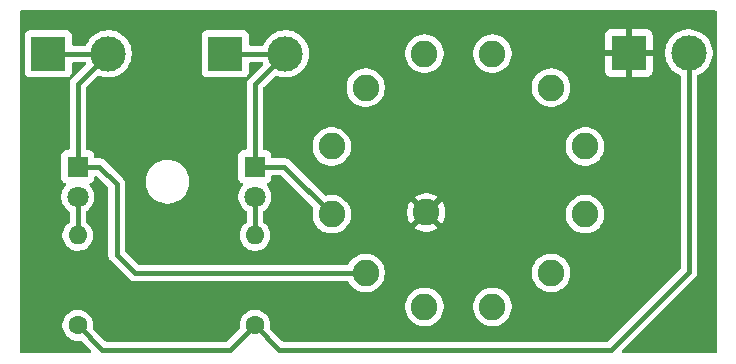
<source format=gtl>
%TF.GenerationSoftware,KiCad,Pcbnew,9.0.0+dfsg-1*%
%TF.CreationDate,2025-03-19T00:38:02+01:00*%
%TF.ProjectId,control-matrix-2,636f6e74-726f-46c2-9d6d-61747269782d,1.0*%
%TF.SameCoordinates,Original*%
%TF.FileFunction,Copper,L1,Top*%
%TF.FilePolarity,Positive*%
%FSLAX46Y46*%
G04 Gerber Fmt 4.6, Leading zero omitted, Abs format (unit mm)*
G04 Created by KiCad (PCBNEW 9.0.0+dfsg-1) date 2025-03-19 00:38:02*
%MOMM*%
%LPD*%
G01*
G04 APERTURE LIST*
%TA.AperFunction,ComponentPad*%
%ADD10C,2.250000*%
%TD*%
%TA.AperFunction,ComponentPad*%
%ADD11C,1.600000*%
%TD*%
%TA.AperFunction,ComponentPad*%
%ADD12O,1.600000X1.600000*%
%TD*%
%TA.AperFunction,ComponentPad*%
%ADD13R,1.800000X1.800000*%
%TD*%
%TA.AperFunction,ComponentPad*%
%ADD14C,1.800000*%
%TD*%
%TA.AperFunction,ComponentPad*%
%ADD15R,3.000000X3.000000*%
%TD*%
%TA.AperFunction,ComponentPad*%
%ADD16C,3.000000*%
%TD*%
%TA.AperFunction,Conductor*%
%ADD17C,0.400000*%
%TD*%
G04 APERTURE END LIST*
D10*
%TO.P,SW1,1,1*%
%TO.N,unconnected-(SW1-Pad1)*%
X94754220Y-105600000D03*
%TO.P,SW1,2,2*%
%TO.N,Net-(D1-K)*%
X89778230Y-102727110D03*
%TO.P,SW1,3,3*%
%TO.N,Net-(D2-K)*%
X86905330Y-97751110D03*
%TO.P,SW1,4,4*%
%TO.N,unconnected-(SW1-Pad4)*%
X86905330Y-92005330D03*
%TO.P,SW1,5,5*%
%TO.N,unconnected-(SW1-Pad5)*%
X89778230Y-87029340D03*
%TO.P,SW1,6,6*%
%TO.N,unconnected-(SW1-Pad6)*%
X94754220Y-84156450D03*
%TO.P,SW1,7,7*%
%TO.N,unconnected-(SW1-Pad7)*%
X100500000Y-84156450D03*
%TO.P,SW1,8,8*%
%TO.N,unconnected-(SW1-Pad8)*%
X105476000Y-87029340D03*
%TO.P,SW1,9,9*%
%TO.N,unconnected-(SW1-Pad9)*%
X108348890Y-92005329D03*
%TO.P,SW1,10,10*%
%TO.N,unconnected-(SW1-Pad10)*%
X108348890Y-97751110D03*
%TO.P,SW1,11,11*%
%TO.N,unconnected-(SW1-Pad11)*%
X105476000Y-102727110D03*
%TO.P,SW1,12,12*%
%TO.N,unconnected-(SW1-Pad12)*%
X100500000Y-105600000D03*
%TO.P,SW1,13,13*%
%TO.N,GND*%
X94904750Y-97600580D03*
%TD*%
D11*
%TO.P,R2,1*%
%TO.N,+12V*%
X80400000Y-107170000D03*
D12*
%TO.P,R2,2*%
%TO.N,Net-(D2-A)*%
X80400000Y-99550000D03*
%TD*%
D13*
%TO.P,D2,1,K*%
%TO.N,Net-(D2-K)*%
X80400000Y-93730000D03*
D14*
%TO.P,D2,2,A*%
%TO.N,Net-(D2-A)*%
X80400000Y-96270000D03*
%TD*%
D11*
%TO.P,R1,1*%
%TO.N,+12V*%
X65400000Y-107170000D03*
D12*
%TO.P,R1,2*%
%TO.N,Net-(D1-A)*%
X65400000Y-99550000D03*
%TD*%
D13*
%TO.P,D1,1,K*%
%TO.N,Net-(D1-K)*%
X65400000Y-93730000D03*
D14*
%TO.P,D1,2,A*%
%TO.N,Net-(D1-A)*%
X65400000Y-96270000D03*
%TD*%
D15*
%TO.P,J1,1,Pin_1*%
%TO.N,Net-(D1-K)*%
X62900000Y-84170000D03*
D16*
%TO.P,J1,2,Pin_2*%
X67980000Y-84170000D03*
%TD*%
D15*
%TO.P,J2,1,Pin_1*%
%TO.N,Net-(D2-K)*%
X77900000Y-84170000D03*
D16*
%TO.P,J2,2,Pin_2*%
X82980000Y-84170000D03*
%TD*%
D15*
%TO.P,J9,1,Pin_1*%
%TO.N,GND*%
X112060000Y-84100000D03*
D16*
%TO.P,J9,2,Pin_2*%
%TO.N,+12V*%
X117140000Y-84100000D03*
%TD*%
D17*
%TO.N,Net-(D1-K)*%
X67980000Y-84170000D02*
X65400000Y-86750000D01*
X68700000Y-95200000D02*
X68700000Y-101200000D01*
X65400000Y-93730000D02*
X67230000Y-93730000D01*
X67230000Y-93730000D02*
X68700000Y-95200000D01*
X70227110Y-102727110D02*
X89778230Y-102727110D01*
X62900000Y-84170000D02*
X67980000Y-84170000D01*
X65400000Y-86750000D02*
X65400000Y-93730000D01*
X68700000Y-101200000D02*
X70227110Y-102727110D01*
%TO.N,Net-(D1-A)*%
X65400000Y-96270000D02*
X65400000Y-99550000D01*
%TO.N,Net-(D2-A)*%
X80400000Y-96270000D02*
X80400000Y-99550000D01*
%TO.N,Net-(D2-K)*%
X80400000Y-86750000D02*
X80400000Y-93730000D01*
X82980000Y-84170000D02*
X80400000Y-86750000D01*
X77900000Y-84170000D02*
X82980000Y-84170000D01*
X82884220Y-93730000D02*
X86905330Y-97751110D01*
X80400000Y-93730000D02*
X82884220Y-93730000D01*
%TO.N,+12V*%
X82479000Y-109249000D02*
X110551000Y-109249000D01*
X67479000Y-109249000D02*
X77750000Y-109249000D01*
X117140000Y-102660000D02*
X117140000Y-84100000D01*
X78301000Y-109249000D02*
X80380000Y-107170000D01*
X110551000Y-109249000D02*
X117140000Y-102660000D01*
X80380000Y-107170000D02*
X80400000Y-107170000D01*
X77750000Y-109249000D02*
X78301000Y-109249000D01*
X65400000Y-107170000D02*
X67479000Y-109249000D01*
X80400000Y-107170000D02*
X82479000Y-109249000D01*
%TD*%
%TA.AperFunction,Conductor*%
%TO.N,GND*%
G36*
X119442539Y-80520185D02*
G01*
X119488294Y-80572989D01*
X119499500Y-80624500D01*
X119499500Y-109375500D01*
X119479815Y-109442539D01*
X119427011Y-109488294D01*
X119375500Y-109499500D01*
X111590519Y-109499500D01*
X111523480Y-109479815D01*
X111477725Y-109427011D01*
X111467781Y-109357853D01*
X111496806Y-109294297D01*
X111502838Y-109287819D01*
X117684112Y-103106545D01*
X117684114Y-103106543D01*
X117760775Y-102991811D01*
X117813580Y-102864329D01*
X117821298Y-102825527D01*
X117840500Y-102728993D01*
X117840500Y-86058022D01*
X117860185Y-85990983D01*
X117912989Y-85945228D01*
X117917048Y-85943461D01*
X118026685Y-85898048D01*
X118026685Y-85898047D01*
X118026697Y-85898043D01*
X118253803Y-85766924D01*
X118461851Y-85607282D01*
X118461855Y-85607277D01*
X118461860Y-85607274D01*
X118647274Y-85421860D01*
X118647277Y-85421855D01*
X118647282Y-85421851D01*
X118806924Y-85213803D01*
X118938043Y-84986697D01*
X118956148Y-84942989D01*
X119038394Y-84744428D01*
X119038398Y-84744419D01*
X119106270Y-84491116D01*
X119140500Y-84231120D01*
X119140500Y-83968880D01*
X119106270Y-83708884D01*
X119038398Y-83455581D01*
X119026351Y-83426497D01*
X118938046Y-83213309D01*
X118938041Y-83213299D01*
X118806924Y-82986196D01*
X118647281Y-82778148D01*
X118647274Y-82778140D01*
X118461860Y-82592726D01*
X118461851Y-82592718D01*
X118253803Y-82433075D01*
X118026700Y-82301958D01*
X118026690Y-82301953D01*
X117784428Y-82201605D01*
X117784421Y-82201603D01*
X117784419Y-82201602D01*
X117531116Y-82133730D01*
X117473339Y-82126123D01*
X117271127Y-82099500D01*
X117271120Y-82099500D01*
X117008880Y-82099500D01*
X117008872Y-82099500D01*
X116777772Y-82129926D01*
X116748884Y-82133730D01*
X116591473Y-82175908D01*
X116495581Y-82201602D01*
X116495571Y-82201605D01*
X116253309Y-82301953D01*
X116253299Y-82301958D01*
X116026196Y-82433075D01*
X115818148Y-82592718D01*
X115632718Y-82778148D01*
X115473075Y-82986196D01*
X115341958Y-83213299D01*
X115341953Y-83213309D01*
X115241605Y-83455571D01*
X115241602Y-83455581D01*
X115173730Y-83708885D01*
X115139500Y-83968872D01*
X115139500Y-84231127D01*
X115151423Y-84321684D01*
X115173730Y-84491116D01*
X115198745Y-84584472D01*
X115241602Y-84744418D01*
X115241605Y-84744428D01*
X115341953Y-84986690D01*
X115341958Y-84986700D01*
X115473075Y-85213803D01*
X115632718Y-85421851D01*
X115632726Y-85421860D01*
X115818140Y-85607274D01*
X115818148Y-85607281D01*
X116026196Y-85766924D01*
X116253299Y-85898041D01*
X116253314Y-85898048D01*
X116362952Y-85943461D01*
X116417356Y-85987301D01*
X116439421Y-86053595D01*
X116439500Y-86058022D01*
X116439500Y-102318481D01*
X116419815Y-102385520D01*
X116403181Y-102406162D01*
X110297162Y-108512181D01*
X110235839Y-108545666D01*
X110209481Y-108548500D01*
X82820519Y-108548500D01*
X82753480Y-108528815D01*
X82732838Y-108512181D01*
X81716805Y-107496148D01*
X81683320Y-107434825D01*
X81682013Y-107389068D01*
X81700500Y-107272349D01*
X81700500Y-107067648D01*
X81668477Y-106865465D01*
X81605218Y-106670776D01*
X81571503Y-106604607D01*
X81512287Y-106488390D01*
X81485810Y-106451947D01*
X81391971Y-106322786D01*
X81247213Y-106178028D01*
X81081613Y-106057715D01*
X81081612Y-106057714D01*
X81081610Y-106057713D01*
X81024653Y-106028691D01*
X80899223Y-105964781D01*
X80704534Y-105901522D01*
X80529995Y-105873878D01*
X80502352Y-105869500D01*
X80297648Y-105869500D01*
X80273329Y-105873351D01*
X80095465Y-105901522D01*
X79900776Y-105964781D01*
X79718386Y-106057715D01*
X79552786Y-106178028D01*
X79408028Y-106322786D01*
X79287715Y-106488386D01*
X79194781Y-106670776D01*
X79131522Y-106865465D01*
X79099500Y-107067648D01*
X79099500Y-107272357D01*
X79115251Y-107371803D01*
X79106297Y-107441096D01*
X79080459Y-107478882D01*
X78047162Y-108512181D01*
X77985839Y-108545666D01*
X77959481Y-108548500D01*
X67820519Y-108548500D01*
X67753480Y-108528815D01*
X67732838Y-108512181D01*
X66716805Y-107496148D01*
X66683320Y-107434825D01*
X66682013Y-107389068D01*
X66700500Y-107272349D01*
X66700500Y-107067648D01*
X66668477Y-106865465D01*
X66605218Y-106670776D01*
X66571503Y-106604607D01*
X66512287Y-106488390D01*
X66485810Y-106451947D01*
X66391971Y-106322786D01*
X66247213Y-106178028D01*
X66081613Y-106057715D01*
X66081612Y-106057714D01*
X66081610Y-106057713D01*
X66024653Y-106028691D01*
X65899223Y-105964781D01*
X65704534Y-105901522D01*
X65529995Y-105873878D01*
X65502352Y-105869500D01*
X65297648Y-105869500D01*
X65273329Y-105873351D01*
X65095465Y-105901522D01*
X64900776Y-105964781D01*
X64718386Y-106057715D01*
X64552786Y-106178028D01*
X64408028Y-106322786D01*
X64287715Y-106488386D01*
X64194781Y-106670776D01*
X64131522Y-106865465D01*
X64099500Y-107067648D01*
X64099500Y-107272351D01*
X64131522Y-107474534D01*
X64194781Y-107669223D01*
X64287715Y-107851613D01*
X64408028Y-108017213D01*
X64552786Y-108161971D01*
X64707749Y-108274556D01*
X64718390Y-108282287D01*
X64834607Y-108341503D01*
X64900776Y-108375218D01*
X64900778Y-108375218D01*
X64900781Y-108375220D01*
X65005137Y-108409127D01*
X65095465Y-108438477D01*
X65196557Y-108454488D01*
X65297648Y-108470500D01*
X65297649Y-108470500D01*
X65502350Y-108470500D01*
X65502352Y-108470500D01*
X65619068Y-108452013D01*
X65688362Y-108460967D01*
X65726148Y-108486805D01*
X66527162Y-109287819D01*
X66560647Y-109349142D01*
X66555663Y-109418834D01*
X66513791Y-109474767D01*
X66448327Y-109499184D01*
X66439481Y-109499500D01*
X60624500Y-109499500D01*
X60557461Y-109479815D01*
X60511706Y-109427011D01*
X60500500Y-109375500D01*
X60500500Y-105472070D01*
X93128720Y-105472070D01*
X93128720Y-105727929D01*
X93168746Y-105980640D01*
X93247808Y-106223972D01*
X93247809Y-106223975D01*
X93363970Y-106451950D01*
X93514352Y-106658935D01*
X93514356Y-106658940D01*
X93695279Y-106839863D01*
X93695284Y-106839867D01*
X93875827Y-106971038D01*
X93902273Y-106990252D01*
X94051300Y-107066185D01*
X94130244Y-107106410D01*
X94130247Y-107106411D01*
X94251913Y-107145942D01*
X94373581Y-107185474D01*
X94626290Y-107225500D01*
X94626291Y-107225500D01*
X94882149Y-107225500D01*
X94882150Y-107225500D01*
X95134859Y-107185474D01*
X95378195Y-107106410D01*
X95606167Y-106990252D01*
X95813162Y-106839862D01*
X95994082Y-106658942D01*
X96144472Y-106451947D01*
X96260630Y-106223975D01*
X96339694Y-105980639D01*
X96379720Y-105727930D01*
X96379720Y-105472070D01*
X98874500Y-105472070D01*
X98874500Y-105727929D01*
X98914526Y-105980640D01*
X98993588Y-106223972D01*
X98993589Y-106223975D01*
X99109750Y-106451950D01*
X99260132Y-106658935D01*
X99260136Y-106658940D01*
X99441059Y-106839863D01*
X99441064Y-106839867D01*
X99621607Y-106971038D01*
X99648053Y-106990252D01*
X99797080Y-107066185D01*
X99876024Y-107106410D01*
X99876027Y-107106411D01*
X99997693Y-107145942D01*
X100119361Y-107185474D01*
X100372070Y-107225500D01*
X100372071Y-107225500D01*
X100627929Y-107225500D01*
X100627930Y-107225500D01*
X100880639Y-107185474D01*
X101123975Y-107106410D01*
X101351947Y-106990252D01*
X101558942Y-106839862D01*
X101739862Y-106658942D01*
X101890252Y-106451947D01*
X102006410Y-106223975D01*
X102085474Y-105980639D01*
X102125500Y-105727930D01*
X102125500Y-105472070D01*
X102085474Y-105219361D01*
X102006410Y-104976025D01*
X102006410Y-104976024D01*
X101966185Y-104897080D01*
X101890252Y-104748053D01*
X101871038Y-104721607D01*
X101739867Y-104541064D01*
X101739863Y-104541059D01*
X101558940Y-104360136D01*
X101558935Y-104360132D01*
X101351950Y-104209750D01*
X101351949Y-104209749D01*
X101351947Y-104209748D01*
X101278910Y-104172533D01*
X101123975Y-104093589D01*
X101123972Y-104093588D01*
X100880640Y-104014526D01*
X100754284Y-103994513D01*
X100627930Y-103974500D01*
X100372070Y-103974500D01*
X100287833Y-103987842D01*
X100119359Y-104014526D01*
X99876027Y-104093588D01*
X99876024Y-104093589D01*
X99648049Y-104209750D01*
X99441064Y-104360132D01*
X99441059Y-104360136D01*
X99260136Y-104541059D01*
X99260132Y-104541064D01*
X99109750Y-104748049D01*
X98993589Y-104976024D01*
X98993588Y-104976027D01*
X98914526Y-105219359D01*
X98874500Y-105472070D01*
X96379720Y-105472070D01*
X96339694Y-105219361D01*
X96260630Y-104976025D01*
X96260630Y-104976024D01*
X96220405Y-104897080D01*
X96144472Y-104748053D01*
X96125258Y-104721607D01*
X95994087Y-104541064D01*
X95994083Y-104541059D01*
X95813160Y-104360136D01*
X95813155Y-104360132D01*
X95606170Y-104209750D01*
X95606169Y-104209749D01*
X95606167Y-104209748D01*
X95533130Y-104172533D01*
X95378195Y-104093589D01*
X95378192Y-104093588D01*
X95134860Y-104014526D01*
X95008504Y-103994513D01*
X94882150Y-103974500D01*
X94626290Y-103974500D01*
X94542053Y-103987842D01*
X94373579Y-104014526D01*
X94130247Y-104093588D01*
X94130244Y-104093589D01*
X93902269Y-104209750D01*
X93695284Y-104360132D01*
X93695279Y-104360136D01*
X93514356Y-104541059D01*
X93514352Y-104541064D01*
X93363970Y-104748049D01*
X93247809Y-104976024D01*
X93247808Y-104976027D01*
X93168746Y-105219359D01*
X93128720Y-105472070D01*
X60500500Y-105472070D01*
X60500500Y-82622135D01*
X60899500Y-82622135D01*
X60899500Y-85717870D01*
X60899501Y-85717876D01*
X60905908Y-85777483D01*
X60956202Y-85912328D01*
X60956206Y-85912335D01*
X61042452Y-86027544D01*
X61042455Y-86027547D01*
X61157664Y-86113793D01*
X61157671Y-86113797D01*
X61292517Y-86164091D01*
X61292516Y-86164091D01*
X61299444Y-86164835D01*
X61352127Y-86170500D01*
X64447872Y-86170499D01*
X64507483Y-86164091D01*
X64642331Y-86113796D01*
X64757546Y-86027546D01*
X64843796Y-85912331D01*
X64894091Y-85777483D01*
X64900500Y-85717873D01*
X64900500Y-84994500D01*
X64920185Y-84927461D01*
X64972989Y-84881706D01*
X65024500Y-84870500D01*
X65989480Y-84870500D01*
X66056519Y-84890185D01*
X66102274Y-84942989D01*
X66112218Y-85012147D01*
X66083193Y-85075703D01*
X66077161Y-85082181D01*
X64855890Y-86303451D01*
X64855887Y-86303454D01*
X64787793Y-86405366D01*
X64787792Y-86405367D01*
X64779227Y-86418184D01*
X64779222Y-86418193D01*
X64726421Y-86545667D01*
X64726418Y-86545677D01*
X64699500Y-86681004D01*
X64699500Y-92205500D01*
X64679815Y-92272539D01*
X64627011Y-92318294D01*
X64575501Y-92329500D01*
X64452130Y-92329500D01*
X64452123Y-92329501D01*
X64392516Y-92335908D01*
X64257671Y-92386202D01*
X64257664Y-92386206D01*
X64142455Y-92472452D01*
X64142452Y-92472455D01*
X64056206Y-92587664D01*
X64056202Y-92587671D01*
X64005908Y-92722517D01*
X63999501Y-92782116D01*
X63999501Y-92782123D01*
X63999500Y-92782135D01*
X63999500Y-94677870D01*
X63999501Y-94677876D01*
X64005908Y-94737483D01*
X64056202Y-94872328D01*
X64056206Y-94872335D01*
X64142452Y-94987544D01*
X64142455Y-94987547D01*
X64257664Y-95073793D01*
X64257671Y-95073797D01*
X64337580Y-95103601D01*
X64393514Y-95145472D01*
X64417931Y-95210936D01*
X64403080Y-95279209D01*
X64381929Y-95307463D01*
X64331756Y-95357636D01*
X64331752Y-95357641D01*
X64202187Y-95535974D01*
X64102104Y-95732393D01*
X64102103Y-95732396D01*
X64033985Y-95942047D01*
X64033985Y-95942049D01*
X63999500Y-96159778D01*
X63999500Y-96380222D01*
X64001724Y-96394265D01*
X64033985Y-96597952D01*
X64102103Y-96807603D01*
X64102104Y-96807606D01*
X64202187Y-97004025D01*
X64331752Y-97182358D01*
X64331756Y-97182363D01*
X64331758Y-97182365D01*
X64487635Y-97338242D01*
X64648386Y-97455034D01*
X64691051Y-97510362D01*
X64699500Y-97555351D01*
X64699500Y-98388255D01*
X64679815Y-98455294D01*
X64648385Y-98488573D01*
X64552787Y-98558028D01*
X64552782Y-98558032D01*
X64408028Y-98702786D01*
X64287715Y-98868386D01*
X64194781Y-99050776D01*
X64131522Y-99245465D01*
X64099500Y-99447648D01*
X64099500Y-99652351D01*
X64131522Y-99854534D01*
X64194781Y-100049223D01*
X64287715Y-100231613D01*
X64408028Y-100397213D01*
X64552786Y-100541971D01*
X64707749Y-100654556D01*
X64718390Y-100662287D01*
X64834607Y-100721503D01*
X64900776Y-100755218D01*
X64900778Y-100755218D01*
X64900781Y-100755220D01*
X65005137Y-100789127D01*
X65095465Y-100818477D01*
X65196557Y-100834488D01*
X65297648Y-100850500D01*
X65297649Y-100850500D01*
X65502351Y-100850500D01*
X65502352Y-100850500D01*
X65704534Y-100818477D01*
X65899219Y-100755220D01*
X66081610Y-100662287D01*
X66174590Y-100594732D01*
X66247213Y-100541971D01*
X66247215Y-100541968D01*
X66247219Y-100541966D01*
X66391966Y-100397219D01*
X66391968Y-100397215D01*
X66391971Y-100397213D01*
X66444732Y-100324590D01*
X66512287Y-100231610D01*
X66605220Y-100049219D01*
X66668477Y-99854534D01*
X66700500Y-99652352D01*
X66700500Y-99447648D01*
X66682909Y-99336583D01*
X66668477Y-99245465D01*
X66605218Y-99050776D01*
X66534878Y-98912728D01*
X66512287Y-98868390D01*
X66504556Y-98857749D01*
X66391971Y-98702786D01*
X66247217Y-98558032D01*
X66247212Y-98558028D01*
X66151615Y-98488573D01*
X66108949Y-98433243D01*
X66100500Y-98388255D01*
X66100500Y-97555351D01*
X66120185Y-97488312D01*
X66151611Y-97455035D01*
X66312365Y-97338242D01*
X66468242Y-97182365D01*
X66597815Y-97004022D01*
X66697895Y-96807606D01*
X66766015Y-96597951D01*
X66800500Y-96380222D01*
X66800500Y-96159778D01*
X66766015Y-95942049D01*
X66697895Y-95732394D01*
X66697895Y-95732393D01*
X66628451Y-95596104D01*
X66597815Y-95535978D01*
X66538137Y-95453838D01*
X66468247Y-95357641D01*
X66468243Y-95357636D01*
X66418071Y-95307464D01*
X66384586Y-95246141D01*
X66389570Y-95176449D01*
X66431442Y-95120516D01*
X66462420Y-95103601D01*
X66542326Y-95073798D01*
X66542326Y-95073797D01*
X66542331Y-95073796D01*
X66657546Y-94987546D01*
X66743796Y-94872331D01*
X66794091Y-94737483D01*
X66800500Y-94677873D01*
X66800500Y-94590519D01*
X66820185Y-94523480D01*
X66872989Y-94477725D01*
X66942147Y-94467781D01*
X67005703Y-94496806D01*
X67012181Y-94502838D01*
X67963181Y-95453838D01*
X67996666Y-95515161D01*
X67999500Y-95541519D01*
X67999500Y-101131006D01*
X67999500Y-101268994D01*
X67999500Y-101268996D01*
X67999499Y-101268996D01*
X68026418Y-101404322D01*
X68026421Y-101404332D01*
X68079222Y-101531807D01*
X68155887Y-101646545D01*
X69780564Y-103271222D01*
X69895302Y-103347887D01*
X70022777Y-103400688D01*
X70022782Y-103400690D01*
X70022786Y-103400690D01*
X70022787Y-103400691D01*
X70158113Y-103427610D01*
X70158116Y-103427610D01*
X70158117Y-103427610D01*
X88234824Y-103427610D01*
X88301863Y-103447295D01*
X88345309Y-103495315D01*
X88387980Y-103579060D01*
X88538362Y-103786045D01*
X88538366Y-103786050D01*
X88719289Y-103966973D01*
X88719294Y-103966977D01*
X88899837Y-104098148D01*
X88926283Y-104117362D01*
X89075310Y-104193295D01*
X89154254Y-104233520D01*
X89154257Y-104233521D01*
X89275923Y-104273052D01*
X89397591Y-104312584D01*
X89650300Y-104352610D01*
X89650301Y-104352610D01*
X89906159Y-104352610D01*
X89906160Y-104352610D01*
X90158869Y-104312584D01*
X90402205Y-104233520D01*
X90630177Y-104117362D01*
X90837172Y-103966972D01*
X91018092Y-103786052D01*
X91168482Y-103579057D01*
X91284640Y-103351085D01*
X91363704Y-103107749D01*
X91403730Y-102855040D01*
X91403730Y-102599180D01*
X103850500Y-102599180D01*
X103850500Y-102855039D01*
X103890526Y-103107750D01*
X103969588Y-103351082D01*
X103969589Y-103351085D01*
X104085750Y-103579060D01*
X104236132Y-103786045D01*
X104236136Y-103786050D01*
X104417059Y-103966973D01*
X104417064Y-103966977D01*
X104597607Y-104098148D01*
X104624053Y-104117362D01*
X104773080Y-104193295D01*
X104852024Y-104233520D01*
X104852027Y-104233521D01*
X104973693Y-104273052D01*
X105095361Y-104312584D01*
X105348070Y-104352610D01*
X105348071Y-104352610D01*
X105603929Y-104352610D01*
X105603930Y-104352610D01*
X105856639Y-104312584D01*
X106099975Y-104233520D01*
X106327947Y-104117362D01*
X106534942Y-103966972D01*
X106715862Y-103786052D01*
X106866252Y-103579057D01*
X106982410Y-103351085D01*
X107061474Y-103107749D01*
X107101500Y-102855040D01*
X107101500Y-102599180D01*
X107061474Y-102346471D01*
X106982410Y-102103135D01*
X106982410Y-102103134D01*
X106924913Y-101990291D01*
X106866252Y-101875163D01*
X106847038Y-101848717D01*
X106715867Y-101668174D01*
X106715863Y-101668169D01*
X106534940Y-101487246D01*
X106534935Y-101487242D01*
X106327950Y-101336860D01*
X106327949Y-101336859D01*
X106327947Y-101336858D01*
X106254910Y-101299643D01*
X106099975Y-101220699D01*
X106099972Y-101220698D01*
X105856640Y-101141636D01*
X105730284Y-101121623D01*
X105603930Y-101101610D01*
X105348070Y-101101610D01*
X105263833Y-101114952D01*
X105095359Y-101141636D01*
X104852027Y-101220698D01*
X104852024Y-101220699D01*
X104624049Y-101336860D01*
X104417064Y-101487242D01*
X104417059Y-101487246D01*
X104236136Y-101668169D01*
X104236132Y-101668174D01*
X104085750Y-101875159D01*
X103969589Y-102103134D01*
X103969588Y-102103137D01*
X103890526Y-102346469D01*
X103850500Y-102599180D01*
X91403730Y-102599180D01*
X91363704Y-102346471D01*
X91284640Y-102103135D01*
X91284640Y-102103134D01*
X91227143Y-101990291D01*
X91168482Y-101875163D01*
X91149268Y-101848717D01*
X91018097Y-101668174D01*
X91018093Y-101668169D01*
X90837170Y-101487246D01*
X90837165Y-101487242D01*
X90630180Y-101336860D01*
X90630179Y-101336859D01*
X90630177Y-101336858D01*
X90557140Y-101299643D01*
X90402205Y-101220699D01*
X90402202Y-101220698D01*
X90158870Y-101141636D01*
X90032514Y-101121623D01*
X89906160Y-101101610D01*
X89650300Y-101101610D01*
X89566063Y-101114952D01*
X89397589Y-101141636D01*
X89154257Y-101220698D01*
X89154254Y-101220699D01*
X88926279Y-101336860D01*
X88719294Y-101487242D01*
X88719289Y-101487246D01*
X88538366Y-101668169D01*
X88538362Y-101668174D01*
X88387980Y-101875159D01*
X88345309Y-101958905D01*
X88297334Y-102009701D01*
X88234824Y-102026610D01*
X70568629Y-102026610D01*
X70501590Y-102006925D01*
X70480948Y-101990291D01*
X69436819Y-100946162D01*
X69403334Y-100884839D01*
X69400500Y-100858481D01*
X69400500Y-95131006D01*
X69400052Y-95128755D01*
X69400051Y-95128754D01*
X69399124Y-95124091D01*
X69373580Y-94995672D01*
X69325133Y-94878711D01*
X71149500Y-94878711D01*
X71149500Y-95121288D01*
X71181161Y-95361785D01*
X71243947Y-95596104D01*
X71336773Y-95820205D01*
X71336776Y-95820212D01*
X71458064Y-96030289D01*
X71458066Y-96030292D01*
X71458067Y-96030293D01*
X71605733Y-96222736D01*
X71605739Y-96222743D01*
X71777256Y-96394260D01*
X71777263Y-96394266D01*
X71890321Y-96481018D01*
X71969711Y-96541936D01*
X72179788Y-96663224D01*
X72249668Y-96692169D01*
X72386604Y-96748890D01*
X72403900Y-96756054D01*
X72638211Y-96818838D01*
X72818586Y-96842584D01*
X72878711Y-96850500D01*
X72878712Y-96850500D01*
X73121289Y-96850500D01*
X73169388Y-96844167D01*
X73361789Y-96818838D01*
X73596100Y-96756054D01*
X73820212Y-96663224D01*
X74030289Y-96541936D01*
X74222738Y-96394265D01*
X74394265Y-96222738D01*
X74541936Y-96030289D01*
X74663224Y-95820212D01*
X74756054Y-95596100D01*
X74818838Y-95361789D01*
X74850500Y-95121288D01*
X74850500Y-94878712D01*
X74849660Y-94872335D01*
X74824060Y-94677876D01*
X74818838Y-94638211D01*
X74756054Y-94403900D01*
X74663224Y-94179788D01*
X74541936Y-93969711D01*
X74394265Y-93777262D01*
X74394260Y-93777256D01*
X74222743Y-93605739D01*
X74222736Y-93605733D01*
X74030293Y-93458067D01*
X74030292Y-93458066D01*
X74030289Y-93458064D01*
X73820212Y-93336776D01*
X73820205Y-93336773D01*
X73596104Y-93243947D01*
X73478944Y-93212554D01*
X73361789Y-93181162D01*
X73361788Y-93181161D01*
X73361785Y-93181161D01*
X73121289Y-93149500D01*
X73121288Y-93149500D01*
X72878712Y-93149500D01*
X72878711Y-93149500D01*
X72638214Y-93181161D01*
X72403895Y-93243947D01*
X72179794Y-93336773D01*
X72179785Y-93336777D01*
X71969706Y-93458067D01*
X71777263Y-93605733D01*
X71777256Y-93605739D01*
X71605739Y-93777256D01*
X71605733Y-93777263D01*
X71458067Y-93969706D01*
X71336777Y-94179785D01*
X71336773Y-94179794D01*
X71243947Y-94403895D01*
X71181161Y-94638214D01*
X71149500Y-94878711D01*
X69325133Y-94878711D01*
X69320775Y-94868189D01*
X69244114Y-94753457D01*
X69244112Y-94753454D01*
X67676545Y-93185887D01*
X67561807Y-93109222D01*
X67434332Y-93056421D01*
X67434322Y-93056418D01*
X67298996Y-93029500D01*
X67298994Y-93029500D01*
X67298993Y-93029500D01*
X66924499Y-93029500D01*
X66857460Y-93009815D01*
X66811705Y-92957011D01*
X66800499Y-92905500D01*
X66800499Y-92782129D01*
X66800498Y-92782123D01*
X66800497Y-92782116D01*
X66794091Y-92722517D01*
X66743796Y-92587669D01*
X66743795Y-92587668D01*
X66743793Y-92587664D01*
X66657547Y-92472455D01*
X66657544Y-92472452D01*
X66542335Y-92386206D01*
X66542328Y-92386202D01*
X66407482Y-92335908D01*
X66407483Y-92335908D01*
X66347883Y-92329501D01*
X66347881Y-92329500D01*
X66347873Y-92329500D01*
X66347865Y-92329500D01*
X66224500Y-92329500D01*
X66157461Y-92309815D01*
X66111706Y-92257011D01*
X66100500Y-92205500D01*
X66100500Y-87091518D01*
X66120185Y-87024479D01*
X66136814Y-87003841D01*
X67090799Y-86049856D01*
X67152120Y-86016373D01*
X67221811Y-86021357D01*
X67225860Y-86022949D01*
X67335581Y-86068398D01*
X67588884Y-86136270D01*
X67837188Y-86168960D01*
X67848864Y-86170498D01*
X67848880Y-86170500D01*
X67848887Y-86170500D01*
X68111113Y-86170500D01*
X68111120Y-86170500D01*
X68371116Y-86136270D01*
X68624419Y-86068398D01*
X68866697Y-85968043D01*
X69093803Y-85836924D01*
X69301851Y-85677282D01*
X69301855Y-85677277D01*
X69301860Y-85677274D01*
X69487274Y-85491860D01*
X69487277Y-85491855D01*
X69487282Y-85491851D01*
X69646924Y-85283803D01*
X69778043Y-85056697D01*
X69878398Y-84814419D01*
X69946270Y-84561116D01*
X69980500Y-84301120D01*
X69980500Y-84038880D01*
X69946270Y-83778884D01*
X69878398Y-83525581D01*
X69878394Y-83525571D01*
X69778046Y-83283309D01*
X69778041Y-83283299D01*
X69646924Y-83056196D01*
X69487281Y-82848148D01*
X69487274Y-82848140D01*
X69301860Y-82662726D01*
X69301851Y-82662718D01*
X69248963Y-82622135D01*
X75899500Y-82622135D01*
X75899500Y-85717870D01*
X75899501Y-85717876D01*
X75905908Y-85777483D01*
X75956202Y-85912328D01*
X75956206Y-85912335D01*
X76042452Y-86027544D01*
X76042455Y-86027547D01*
X76157664Y-86113793D01*
X76157671Y-86113797D01*
X76292517Y-86164091D01*
X76292516Y-86164091D01*
X76299444Y-86164835D01*
X76352127Y-86170500D01*
X79447872Y-86170499D01*
X79507483Y-86164091D01*
X79642331Y-86113796D01*
X79757546Y-86027546D01*
X79843796Y-85912331D01*
X79894091Y-85777483D01*
X79900500Y-85717873D01*
X79900500Y-84994500D01*
X79920185Y-84927461D01*
X79972989Y-84881706D01*
X80024500Y-84870500D01*
X80989480Y-84870500D01*
X81056519Y-84890185D01*
X81102274Y-84942989D01*
X81112218Y-85012147D01*
X81083193Y-85075703D01*
X81077161Y-85082181D01*
X79855890Y-86303451D01*
X79855887Y-86303454D01*
X79787793Y-86405366D01*
X79787792Y-86405367D01*
X79779227Y-86418184D01*
X79779222Y-86418193D01*
X79726421Y-86545667D01*
X79726418Y-86545677D01*
X79699500Y-86681004D01*
X79699500Y-92205500D01*
X79679815Y-92272539D01*
X79627011Y-92318294D01*
X79575501Y-92329500D01*
X79452130Y-92329500D01*
X79452123Y-92329501D01*
X79392516Y-92335908D01*
X79257671Y-92386202D01*
X79257664Y-92386206D01*
X79142455Y-92472452D01*
X79142452Y-92472455D01*
X79056206Y-92587664D01*
X79056202Y-92587671D01*
X79005908Y-92722517D01*
X78999501Y-92782116D01*
X78999501Y-92782123D01*
X78999500Y-92782135D01*
X78999500Y-94677870D01*
X78999501Y-94677876D01*
X79005908Y-94737483D01*
X79056202Y-94872328D01*
X79056206Y-94872335D01*
X79142452Y-94987544D01*
X79142455Y-94987547D01*
X79257664Y-95073793D01*
X79257671Y-95073797D01*
X79337580Y-95103601D01*
X79393514Y-95145472D01*
X79417931Y-95210936D01*
X79403080Y-95279209D01*
X79381929Y-95307463D01*
X79331756Y-95357636D01*
X79331752Y-95357641D01*
X79202187Y-95535974D01*
X79102104Y-95732393D01*
X79102103Y-95732396D01*
X79033985Y-95942047D01*
X79033985Y-95942049D01*
X78999500Y-96159778D01*
X78999500Y-96380222D01*
X79001724Y-96394265D01*
X79033985Y-96597952D01*
X79102103Y-96807603D01*
X79102104Y-96807606D01*
X79202187Y-97004025D01*
X79331752Y-97182358D01*
X79331756Y-97182363D01*
X79331758Y-97182365D01*
X79487635Y-97338242D01*
X79648386Y-97455034D01*
X79691051Y-97510362D01*
X79699500Y-97555351D01*
X79699500Y-98388255D01*
X79679815Y-98455294D01*
X79648385Y-98488573D01*
X79552787Y-98558028D01*
X79552782Y-98558032D01*
X79408028Y-98702786D01*
X79287715Y-98868386D01*
X79194781Y-99050776D01*
X79131522Y-99245465D01*
X79099500Y-99447648D01*
X79099500Y-99652351D01*
X79131522Y-99854534D01*
X79194781Y-100049223D01*
X79287715Y-100231613D01*
X79408028Y-100397213D01*
X79552786Y-100541971D01*
X79707749Y-100654556D01*
X79718390Y-100662287D01*
X79834607Y-100721503D01*
X79900776Y-100755218D01*
X79900778Y-100755218D01*
X79900781Y-100755220D01*
X80005137Y-100789127D01*
X80095465Y-100818477D01*
X80196557Y-100834488D01*
X80297648Y-100850500D01*
X80297649Y-100850500D01*
X80502351Y-100850500D01*
X80502352Y-100850500D01*
X80704534Y-100818477D01*
X80899219Y-100755220D01*
X81081610Y-100662287D01*
X81174590Y-100594732D01*
X81247213Y-100541971D01*
X81247215Y-100541968D01*
X81247219Y-100541966D01*
X81391966Y-100397219D01*
X81391968Y-100397215D01*
X81391971Y-100397213D01*
X81444732Y-100324590D01*
X81512287Y-100231610D01*
X81605220Y-100049219D01*
X81668477Y-99854534D01*
X81700500Y-99652352D01*
X81700500Y-99447648D01*
X81682909Y-99336583D01*
X81668477Y-99245465D01*
X81605218Y-99050776D01*
X81534878Y-98912728D01*
X81512287Y-98868390D01*
X81504556Y-98857749D01*
X81391971Y-98702786D01*
X81247217Y-98558032D01*
X81247212Y-98558028D01*
X81151615Y-98488573D01*
X81108949Y-98433243D01*
X81100500Y-98388255D01*
X81100500Y-97555351D01*
X81120185Y-97488312D01*
X81151611Y-97455035D01*
X81312365Y-97338242D01*
X81468242Y-97182365D01*
X81597815Y-97004022D01*
X81697895Y-96807606D01*
X81766015Y-96597951D01*
X81800500Y-96380222D01*
X81800500Y-96159778D01*
X81766015Y-95942049D01*
X81697895Y-95732394D01*
X81697895Y-95732393D01*
X81628451Y-95596104D01*
X81597815Y-95535978D01*
X81538137Y-95453838D01*
X81468247Y-95357641D01*
X81468243Y-95357636D01*
X81418071Y-95307464D01*
X81384586Y-95246141D01*
X81389570Y-95176449D01*
X81431442Y-95120516D01*
X81462420Y-95103601D01*
X81542326Y-95073798D01*
X81542326Y-95073797D01*
X81542331Y-95073796D01*
X81657546Y-94987546D01*
X81743796Y-94872331D01*
X81794091Y-94737483D01*
X81800500Y-94677873D01*
X81800500Y-94554500D01*
X81820185Y-94487461D01*
X81872989Y-94441706D01*
X81924500Y-94430500D01*
X82542701Y-94430500D01*
X82609740Y-94450185D01*
X82630382Y-94466819D01*
X85318648Y-97155085D01*
X85352133Y-97216408D01*
X85348898Y-97281083D01*
X85319856Y-97370467D01*
X85279830Y-97623180D01*
X85279830Y-97879039D01*
X85319856Y-98131750D01*
X85398918Y-98375082D01*
X85398919Y-98375085D01*
X85456745Y-98488573D01*
X85492719Y-98559176D01*
X85515080Y-98603060D01*
X85665462Y-98810045D01*
X85665466Y-98810050D01*
X85846389Y-98990973D01*
X85846394Y-98990977D01*
X86005438Y-99106528D01*
X86053383Y-99141362D01*
X86202410Y-99217295D01*
X86281354Y-99257520D01*
X86281357Y-99257521D01*
X86403023Y-99297052D01*
X86524691Y-99336584D01*
X86777400Y-99376610D01*
X86777401Y-99376610D01*
X87033259Y-99376610D01*
X87033260Y-99376610D01*
X87285969Y-99336584D01*
X87529305Y-99257520D01*
X87757277Y-99141362D01*
X87964272Y-98990972D01*
X88145192Y-98810052D01*
X88295582Y-98603057D01*
X88411740Y-98375085D01*
X88490804Y-98131749D01*
X88530830Y-97879040D01*
X88530830Y-97623180D01*
X88520087Y-97555351D01*
X88509295Y-97487216D01*
X88506994Y-97472690D01*
X93279750Y-97472690D01*
X93279750Y-97728469D01*
X93319763Y-97981103D01*
X93398801Y-98224361D01*
X93398802Y-98224364D01*
X93514925Y-98452266D01*
X93592600Y-98559175D01*
X93592600Y-98559176D01*
X94227171Y-97924604D01*
X94240109Y-97955838D01*
X94322187Y-98078677D01*
X94426653Y-98183143D01*
X94549492Y-98265221D01*
X94580724Y-98278157D01*
X93946152Y-98912728D01*
X94053063Y-98990404D01*
X94280965Y-99106527D01*
X94280968Y-99106528D01*
X94524226Y-99185566D01*
X94776861Y-99225580D01*
X95032639Y-99225580D01*
X95285273Y-99185566D01*
X95528531Y-99106528D01*
X95528534Y-99106527D01*
X95756435Y-98990405D01*
X95863345Y-98912728D01*
X95863346Y-98912728D01*
X95228775Y-98278158D01*
X95260008Y-98265221D01*
X95382847Y-98183143D01*
X95487313Y-98078677D01*
X95569391Y-97955838D01*
X95582328Y-97924605D01*
X96216898Y-98559176D01*
X96216898Y-98559175D01*
X96294575Y-98452265D01*
X96410697Y-98224364D01*
X96410698Y-98224361D01*
X96489736Y-97981103D01*
X96529750Y-97728469D01*
X96529750Y-97623180D01*
X106723390Y-97623180D01*
X106723390Y-97879039D01*
X106763416Y-98131750D01*
X106842478Y-98375082D01*
X106842479Y-98375085D01*
X106900305Y-98488573D01*
X106936279Y-98559176D01*
X106958640Y-98603060D01*
X107109022Y-98810045D01*
X107109026Y-98810050D01*
X107289949Y-98990973D01*
X107289954Y-98990977D01*
X107448998Y-99106528D01*
X107496943Y-99141362D01*
X107645970Y-99217295D01*
X107724914Y-99257520D01*
X107724917Y-99257521D01*
X107846583Y-99297052D01*
X107968251Y-99336584D01*
X108220960Y-99376610D01*
X108220961Y-99376610D01*
X108476819Y-99376610D01*
X108476820Y-99376610D01*
X108729529Y-99336584D01*
X108972865Y-99257520D01*
X109200837Y-99141362D01*
X109407832Y-98990972D01*
X109588752Y-98810052D01*
X109739142Y-98603057D01*
X109855300Y-98375085D01*
X109934364Y-98131749D01*
X109974390Y-97879040D01*
X109974390Y-97623180D01*
X109934364Y-97370471D01*
X109873243Y-97182358D01*
X109855301Y-97127137D01*
X109855300Y-97127134D01*
X109792572Y-97004025D01*
X109739142Y-96899163D01*
X109635168Y-96756054D01*
X109588757Y-96692174D01*
X109588753Y-96692169D01*
X109407830Y-96511246D01*
X109407825Y-96511242D01*
X109200840Y-96360860D01*
X109200839Y-96360859D01*
X109200837Y-96360858D01*
X109058690Y-96288430D01*
X108972865Y-96244699D01*
X108972862Y-96244698D01*
X108729530Y-96165636D01*
X108603174Y-96145623D01*
X108476820Y-96125610D01*
X108220960Y-96125610D01*
X108136723Y-96138952D01*
X107968249Y-96165636D01*
X107724917Y-96244698D01*
X107724914Y-96244699D01*
X107496939Y-96360860D01*
X107289954Y-96511242D01*
X107289949Y-96511246D01*
X107109026Y-96692169D01*
X107109022Y-96692174D01*
X106958640Y-96899159D01*
X106842479Y-97127134D01*
X106842478Y-97127137D01*
X106763416Y-97370469D01*
X106723390Y-97623180D01*
X96529750Y-97623180D01*
X96529750Y-97472690D01*
X96489736Y-97220056D01*
X96410698Y-96976798D01*
X96410697Y-96976795D01*
X96294574Y-96748893D01*
X96216898Y-96641983D01*
X96216898Y-96641982D01*
X95582327Y-97276553D01*
X95569391Y-97245322D01*
X95487313Y-97122483D01*
X95382847Y-97018017D01*
X95260008Y-96935939D01*
X95228774Y-96923001D01*
X95863346Y-96288430D01*
X95756436Y-96210755D01*
X95528534Y-96094632D01*
X95528531Y-96094631D01*
X95285273Y-96015593D01*
X95032639Y-95975580D01*
X94776861Y-95975580D01*
X94524226Y-96015593D01*
X94280968Y-96094631D01*
X94280965Y-96094632D01*
X94053060Y-96210757D01*
X93946153Y-96288429D01*
X93946152Y-96288430D01*
X94580724Y-96923001D01*
X94549492Y-96935939D01*
X94426653Y-97018017D01*
X94322187Y-97122483D01*
X94240109Y-97245322D01*
X94227171Y-97276554D01*
X93592600Y-96641982D01*
X93592599Y-96641983D01*
X93514927Y-96748890D01*
X93398802Y-96976795D01*
X93398801Y-96976798D01*
X93319763Y-97220056D01*
X93279750Y-97472690D01*
X88506994Y-97472690D01*
X88492600Y-97381813D01*
X88490804Y-97370471D01*
X88429683Y-97182358D01*
X88411741Y-97127137D01*
X88411740Y-97127134D01*
X88349012Y-97004025D01*
X88295582Y-96899163D01*
X88191608Y-96756054D01*
X88145197Y-96692174D01*
X88145193Y-96692169D01*
X87964270Y-96511246D01*
X87964265Y-96511242D01*
X87860714Y-96436008D01*
X87757280Y-96360860D01*
X87757279Y-96360859D01*
X87757277Y-96360858D01*
X87615130Y-96288430D01*
X87529305Y-96244699D01*
X87529302Y-96244698D01*
X87285970Y-96165636D01*
X87159614Y-96145623D01*
X87033260Y-96125610D01*
X86777400Y-96125610D01*
X86726858Y-96133615D01*
X86524687Y-96165636D01*
X86435303Y-96194678D01*
X86365461Y-96196673D01*
X86309305Y-96164428D01*
X83330766Y-93185888D01*
X83330765Y-93185887D01*
X83216027Y-93109222D01*
X83088552Y-93056421D01*
X83088542Y-93056418D01*
X82953216Y-93029500D01*
X82953214Y-93029500D01*
X82953213Y-93029500D01*
X81924499Y-93029500D01*
X81857460Y-93009815D01*
X81811705Y-92957011D01*
X81800499Y-92905500D01*
X81800499Y-92782129D01*
X81800498Y-92782123D01*
X81800497Y-92782116D01*
X81794091Y-92722517D01*
X81743796Y-92587669D01*
X81743795Y-92587668D01*
X81743793Y-92587664D01*
X81657547Y-92472455D01*
X81657544Y-92472452D01*
X81542335Y-92386206D01*
X81542328Y-92386202D01*
X81407482Y-92335908D01*
X81407483Y-92335908D01*
X81347883Y-92329501D01*
X81347881Y-92329500D01*
X81347873Y-92329500D01*
X81347865Y-92329500D01*
X81224500Y-92329500D01*
X81157461Y-92309815D01*
X81111706Y-92257011D01*
X81100500Y-92205500D01*
X81100500Y-91877400D01*
X85279830Y-91877400D01*
X85279830Y-92133259D01*
X85319856Y-92385970D01*
X85398918Y-92629302D01*
X85398919Y-92629305D01*
X85446414Y-92722517D01*
X85515077Y-92857276D01*
X85515080Y-92857280D01*
X85665462Y-93064265D01*
X85665466Y-93064270D01*
X85846389Y-93245193D01*
X85846394Y-93245197D01*
X86026937Y-93376368D01*
X86053383Y-93395582D01*
X86202410Y-93471515D01*
X86281354Y-93511740D01*
X86281357Y-93511741D01*
X86403023Y-93551272D01*
X86524691Y-93590804D01*
X86777400Y-93630830D01*
X86777401Y-93630830D01*
X87033259Y-93630830D01*
X87033260Y-93630830D01*
X87285969Y-93590804D01*
X87529305Y-93511740D01*
X87757277Y-93395582D01*
X87964272Y-93245192D01*
X88145192Y-93064272D01*
X88295582Y-92857277D01*
X88411740Y-92629305D01*
X88490804Y-92385969D01*
X88530830Y-92133260D01*
X88530830Y-91877400D01*
X88530830Y-91877399D01*
X106723390Y-91877399D01*
X106723390Y-92133258D01*
X106763416Y-92385969D01*
X106842478Y-92629301D01*
X106842479Y-92629304D01*
X106958640Y-92857279D01*
X107109022Y-93064264D01*
X107109026Y-93064269D01*
X107289949Y-93245192D01*
X107289954Y-93245196D01*
X107416006Y-93336777D01*
X107496943Y-93395581D01*
X107645970Y-93471514D01*
X107724914Y-93511739D01*
X107724917Y-93511740D01*
X107846583Y-93551271D01*
X107968251Y-93590803D01*
X108220960Y-93630829D01*
X108220961Y-93630829D01*
X108476819Y-93630829D01*
X108476820Y-93630829D01*
X108729529Y-93590803D01*
X108972865Y-93511739D01*
X109200837Y-93395581D01*
X109407832Y-93245191D01*
X109588752Y-93064271D01*
X109739142Y-92857276D01*
X109855300Y-92629304D01*
X109934364Y-92385968D01*
X109974390Y-92133259D01*
X109974390Y-91877399D01*
X109934364Y-91624690D01*
X109855300Y-91381355D01*
X109855300Y-91381353D01*
X109815075Y-91302409D01*
X109739142Y-91153382D01*
X109719928Y-91126936D01*
X109588757Y-90946393D01*
X109588753Y-90946388D01*
X109407830Y-90765465D01*
X109407825Y-90765461D01*
X109200840Y-90615079D01*
X109200839Y-90615078D01*
X109200837Y-90615077D01*
X109127800Y-90577862D01*
X108972865Y-90498918D01*
X108972862Y-90498917D01*
X108729530Y-90419855D01*
X108603174Y-90399842D01*
X108476820Y-90379829D01*
X108220960Y-90379829D01*
X108136723Y-90393171D01*
X107968249Y-90419855D01*
X107724917Y-90498917D01*
X107724914Y-90498918D01*
X107496939Y-90615079D01*
X107289954Y-90765461D01*
X107289949Y-90765465D01*
X107109026Y-90946388D01*
X107109022Y-90946393D01*
X106958640Y-91153378D01*
X106842479Y-91381353D01*
X106842478Y-91381356D01*
X106763416Y-91624688D01*
X106723390Y-91877399D01*
X88530830Y-91877399D01*
X88490804Y-91624691D01*
X88411740Y-91381356D01*
X88411740Y-91381354D01*
X88371515Y-91302410D01*
X88295582Y-91153383D01*
X88276368Y-91126937D01*
X88145197Y-90946394D01*
X88145193Y-90946389D01*
X87964270Y-90765466D01*
X87964265Y-90765462D01*
X87757280Y-90615080D01*
X87757279Y-90615079D01*
X87757277Y-90615078D01*
X87684240Y-90577863D01*
X87529305Y-90498919D01*
X87529302Y-90498918D01*
X87285970Y-90419856D01*
X87159614Y-90399843D01*
X87033260Y-90379830D01*
X86777400Y-90379830D01*
X86693163Y-90393172D01*
X86524689Y-90419856D01*
X86281357Y-90498918D01*
X86281354Y-90498919D01*
X86053379Y-90615080D01*
X85846394Y-90765462D01*
X85846389Y-90765466D01*
X85665466Y-90946389D01*
X85665462Y-90946394D01*
X85515080Y-91153379D01*
X85398919Y-91381354D01*
X85398918Y-91381357D01*
X85319856Y-91624689D01*
X85279830Y-91877400D01*
X81100500Y-91877400D01*
X81100500Y-87091518D01*
X81120185Y-87024479D01*
X81136814Y-87003841D01*
X81239245Y-86901410D01*
X88152730Y-86901410D01*
X88152730Y-87157269D01*
X88192756Y-87409980D01*
X88271818Y-87653312D01*
X88271819Y-87653315D01*
X88387980Y-87881290D01*
X88538362Y-88088275D01*
X88538366Y-88088280D01*
X88719289Y-88269203D01*
X88719294Y-88269207D01*
X88899837Y-88400378D01*
X88926283Y-88419592D01*
X89075310Y-88495525D01*
X89154254Y-88535750D01*
X89154257Y-88535751D01*
X89275923Y-88575282D01*
X89397591Y-88614814D01*
X89650300Y-88654840D01*
X89650301Y-88654840D01*
X89906159Y-88654840D01*
X89906160Y-88654840D01*
X90158869Y-88614814D01*
X90402205Y-88535750D01*
X90630177Y-88419592D01*
X90837172Y-88269202D01*
X91018092Y-88088282D01*
X91168482Y-87881287D01*
X91284640Y-87653315D01*
X91363704Y-87409979D01*
X91403730Y-87157270D01*
X91403730Y-86901410D01*
X103850500Y-86901410D01*
X103850500Y-87157269D01*
X103890526Y-87409980D01*
X103969588Y-87653312D01*
X103969589Y-87653315D01*
X104085750Y-87881290D01*
X104236132Y-88088275D01*
X104236136Y-88088280D01*
X104417059Y-88269203D01*
X104417064Y-88269207D01*
X104597607Y-88400378D01*
X104624053Y-88419592D01*
X104773080Y-88495525D01*
X104852024Y-88535750D01*
X104852027Y-88535751D01*
X104973693Y-88575282D01*
X105095361Y-88614814D01*
X105348070Y-88654840D01*
X105348071Y-88654840D01*
X105603929Y-88654840D01*
X105603930Y-88654840D01*
X105856639Y-88614814D01*
X106099975Y-88535750D01*
X106327947Y-88419592D01*
X106534942Y-88269202D01*
X106715862Y-88088282D01*
X106866252Y-87881287D01*
X106982410Y-87653315D01*
X107061474Y-87409979D01*
X107101500Y-87157270D01*
X107101500Y-86901410D01*
X107061474Y-86648701D01*
X107027997Y-86545667D01*
X106982411Y-86405366D01*
X106982410Y-86405364D01*
X106930485Y-86303457D01*
X106866252Y-86177393D01*
X106787060Y-86068394D01*
X106715867Y-85970404D01*
X106715863Y-85970399D01*
X106534940Y-85789476D01*
X106534935Y-85789472D01*
X106327950Y-85639090D01*
X106327949Y-85639089D01*
X106327947Y-85639088D01*
X106254910Y-85601873D01*
X106099975Y-85522929D01*
X106099972Y-85522928D01*
X105856640Y-85443866D01*
X105717645Y-85421851D01*
X105603930Y-85403840D01*
X105348070Y-85403840D01*
X105263833Y-85417182D01*
X105095359Y-85443866D01*
X104852027Y-85522928D01*
X104852024Y-85522929D01*
X104624049Y-85639090D01*
X104417064Y-85789472D01*
X104417059Y-85789476D01*
X104236136Y-85970399D01*
X104236132Y-85970404D01*
X104085750Y-86177389D01*
X103969589Y-86405364D01*
X103969589Y-86405366D01*
X103890526Y-86648699D01*
X103850500Y-86901410D01*
X91403730Y-86901410D01*
X91363704Y-86648701D01*
X91330227Y-86545667D01*
X91284641Y-86405366D01*
X91284640Y-86405364D01*
X91232715Y-86303457D01*
X91168482Y-86177393D01*
X91089290Y-86068394D01*
X91018097Y-85970404D01*
X91018093Y-85970399D01*
X90837170Y-85789476D01*
X90837165Y-85789472D01*
X90630180Y-85639090D01*
X90630179Y-85639089D01*
X90630177Y-85639088D01*
X90557140Y-85601873D01*
X90402205Y-85522929D01*
X90402202Y-85522928D01*
X90158870Y-85443866D01*
X90019875Y-85421851D01*
X89906160Y-85403840D01*
X89650300Y-85403840D01*
X89566063Y-85417182D01*
X89397589Y-85443866D01*
X89154257Y-85522928D01*
X89154254Y-85522929D01*
X88926279Y-85639090D01*
X88719294Y-85789472D01*
X88719289Y-85789476D01*
X88538366Y-85970399D01*
X88538362Y-85970404D01*
X88387980Y-86177389D01*
X88271819Y-86405364D01*
X88271819Y-86405366D01*
X88192756Y-86648699D01*
X88152730Y-86901410D01*
X81239245Y-86901410D01*
X82090799Y-86049856D01*
X82152120Y-86016373D01*
X82221811Y-86021357D01*
X82225860Y-86022949D01*
X82335581Y-86068398D01*
X82588884Y-86136270D01*
X82837188Y-86168960D01*
X82848864Y-86170498D01*
X82848880Y-86170500D01*
X82848887Y-86170500D01*
X83111113Y-86170500D01*
X83111120Y-86170500D01*
X83371116Y-86136270D01*
X83624419Y-86068398D01*
X83866697Y-85968043D01*
X84093803Y-85836924D01*
X84301851Y-85677282D01*
X84301855Y-85677277D01*
X84301860Y-85677274D01*
X84487274Y-85491860D01*
X84487277Y-85491855D01*
X84487282Y-85491851D01*
X84646924Y-85283803D01*
X84778043Y-85056697D01*
X84878398Y-84814419D01*
X84946270Y-84561116D01*
X84980500Y-84301120D01*
X84980500Y-84038880D01*
X84979136Y-84028520D01*
X93128720Y-84028520D01*
X93128720Y-84284380D01*
X93139113Y-84350000D01*
X93168746Y-84537090D01*
X93247808Y-84780422D01*
X93247809Y-84780425D01*
X93322729Y-84927461D01*
X93352911Y-84986697D01*
X93363970Y-85008400D01*
X93514352Y-85215385D01*
X93514356Y-85215390D01*
X93695279Y-85396313D01*
X93695284Y-85396317D01*
X93875827Y-85527488D01*
X93902273Y-85546702D01*
X94051300Y-85622635D01*
X94130244Y-85662860D01*
X94130247Y-85662861D01*
X94251913Y-85702392D01*
X94373581Y-85741924D01*
X94626290Y-85781950D01*
X94626291Y-85781950D01*
X94882149Y-85781950D01*
X94882150Y-85781950D01*
X95134859Y-85741924D01*
X95378195Y-85662860D01*
X95606167Y-85546702D01*
X95813162Y-85396312D01*
X95994082Y-85215392D01*
X96144472Y-85008397D01*
X96260630Y-84780425D01*
X96339694Y-84537089D01*
X96379720Y-84284380D01*
X96379720Y-84028520D01*
X98874500Y-84028520D01*
X98874500Y-84284380D01*
X98884893Y-84350000D01*
X98914526Y-84537090D01*
X98993588Y-84780422D01*
X98993589Y-84780425D01*
X99068509Y-84927461D01*
X99098691Y-84986697D01*
X99109750Y-85008400D01*
X99260132Y-85215385D01*
X99260136Y-85215390D01*
X99441059Y-85396313D01*
X99441064Y-85396317D01*
X99621607Y-85527488D01*
X99648053Y-85546702D01*
X99797080Y-85622635D01*
X99876024Y-85662860D01*
X99876027Y-85662861D01*
X99997693Y-85702392D01*
X100119361Y-85741924D01*
X100372070Y-85781950D01*
X100372071Y-85781950D01*
X100627929Y-85781950D01*
X100627930Y-85781950D01*
X100880639Y-85741924D01*
X101123975Y-85662860D01*
X101351947Y-85546702D01*
X101558942Y-85396312D01*
X101739862Y-85215392D01*
X101890252Y-85008397D01*
X102006410Y-84780425D01*
X102085474Y-84537089D01*
X102125500Y-84284380D01*
X102125500Y-84028520D01*
X102085474Y-83775811D01*
X102006410Y-83532475D01*
X102006410Y-83532474D01*
X101964292Y-83449815D01*
X101890252Y-83304503D01*
X101823989Y-83213299D01*
X101739867Y-83097514D01*
X101739863Y-83097509D01*
X101558940Y-82916586D01*
X101558935Y-82916582D01*
X101351950Y-82766200D01*
X101351949Y-82766199D01*
X101351947Y-82766198D01*
X101148857Y-82662718D01*
X101142220Y-82659336D01*
X101142218Y-82659334D01*
X101123980Y-82650042D01*
X101123972Y-82650038D01*
X100880640Y-82570976D01*
X100761810Y-82552155D01*
X110060000Y-82552155D01*
X110060000Y-83850000D01*
X111340936Y-83850000D01*
X111329207Y-83878316D01*
X111300000Y-84025147D01*
X111300000Y-84174853D01*
X111329207Y-84321684D01*
X111340936Y-84350000D01*
X110060000Y-84350000D01*
X110060000Y-85647844D01*
X110066401Y-85707372D01*
X110066403Y-85707379D01*
X110116645Y-85842086D01*
X110116649Y-85842093D01*
X110202809Y-85957187D01*
X110202812Y-85957190D01*
X110317906Y-86043350D01*
X110317913Y-86043354D01*
X110452620Y-86093596D01*
X110452627Y-86093598D01*
X110512155Y-86099999D01*
X110512172Y-86100000D01*
X111810000Y-86100000D01*
X111810000Y-84819064D01*
X111838316Y-84830793D01*
X111985147Y-84860000D01*
X112134853Y-84860000D01*
X112281684Y-84830793D01*
X112310000Y-84819064D01*
X112310000Y-86100000D01*
X113607828Y-86100000D01*
X113607844Y-86099999D01*
X113667372Y-86093598D01*
X113667379Y-86093596D01*
X113802086Y-86043354D01*
X113802093Y-86043350D01*
X113917187Y-85957190D01*
X113917190Y-85957187D01*
X114003350Y-85842093D01*
X114003354Y-85842086D01*
X114053596Y-85707379D01*
X114053598Y-85707372D01*
X114059999Y-85647844D01*
X114060000Y-85647827D01*
X114060000Y-84350000D01*
X112779064Y-84350000D01*
X112790793Y-84321684D01*
X112820000Y-84174853D01*
X112820000Y-84025147D01*
X112790793Y-83878316D01*
X112779064Y-83850000D01*
X114060000Y-83850000D01*
X114060000Y-82552172D01*
X114059999Y-82552155D01*
X114053598Y-82492627D01*
X114053596Y-82492620D01*
X114003354Y-82357913D01*
X114003350Y-82357906D01*
X113917190Y-82242812D01*
X113917187Y-82242809D01*
X113802093Y-82156649D01*
X113802086Y-82156645D01*
X113667379Y-82106403D01*
X113667372Y-82106401D01*
X113607844Y-82100000D01*
X112310000Y-82100000D01*
X112310000Y-83380935D01*
X112281684Y-83369207D01*
X112134853Y-83340000D01*
X111985147Y-83340000D01*
X111838316Y-83369207D01*
X111810000Y-83380935D01*
X111810000Y-82100000D01*
X110512155Y-82100000D01*
X110452627Y-82106401D01*
X110452620Y-82106403D01*
X110317913Y-82156645D01*
X110317906Y-82156649D01*
X110202812Y-82242809D01*
X110202809Y-82242812D01*
X110116649Y-82357906D01*
X110116645Y-82357913D01*
X110066403Y-82492620D01*
X110066401Y-82492627D01*
X110060000Y-82552155D01*
X100761810Y-82552155D01*
X100754284Y-82550963D01*
X100627930Y-82530950D01*
X100372070Y-82530950D01*
X100287833Y-82544292D01*
X100119359Y-82570976D01*
X99876027Y-82650038D01*
X99876024Y-82650039D01*
X99648049Y-82766200D01*
X99441064Y-82916582D01*
X99441059Y-82916586D01*
X99260136Y-83097509D01*
X99260132Y-83097514D01*
X99109750Y-83304499D01*
X98993589Y-83532474D01*
X98993588Y-83532477D01*
X98914526Y-83775809D01*
X98883946Y-83968880D01*
X98874500Y-84028520D01*
X96379720Y-84028520D01*
X96339694Y-83775811D01*
X96260630Y-83532475D01*
X96260630Y-83532474D01*
X96218512Y-83449815D01*
X96144472Y-83304503D01*
X96078209Y-83213299D01*
X95994087Y-83097514D01*
X95994083Y-83097509D01*
X95813160Y-82916586D01*
X95813155Y-82916582D01*
X95606170Y-82766200D01*
X95606169Y-82766199D01*
X95606167Y-82766198D01*
X95533130Y-82728983D01*
X95378195Y-82650039D01*
X95378192Y-82650038D01*
X95134860Y-82570976D01*
X95008504Y-82550963D01*
X94882150Y-82530950D01*
X94626290Y-82530950D01*
X94542053Y-82544292D01*
X94373579Y-82570976D01*
X94130247Y-82650038D01*
X94130244Y-82650039D01*
X93902269Y-82766200D01*
X93695284Y-82916582D01*
X93695279Y-82916586D01*
X93514356Y-83097509D01*
X93514352Y-83097514D01*
X93363970Y-83304499D01*
X93247809Y-83532474D01*
X93247808Y-83532477D01*
X93168746Y-83775809D01*
X93138166Y-83968880D01*
X93128720Y-84028520D01*
X84979136Y-84028520D01*
X84946270Y-83778884D01*
X84878398Y-83525581D01*
X84878394Y-83525571D01*
X84778046Y-83283309D01*
X84778041Y-83283299D01*
X84646924Y-83056196D01*
X84487281Y-82848148D01*
X84487274Y-82848140D01*
X84301860Y-82662726D01*
X84301851Y-82662718D01*
X84093803Y-82503075D01*
X83866700Y-82371958D01*
X83866690Y-82371953D01*
X83624428Y-82271605D01*
X83624421Y-82271603D01*
X83624419Y-82271602D01*
X83371116Y-82203730D01*
X83313339Y-82196123D01*
X83111127Y-82169500D01*
X83111120Y-82169500D01*
X82848880Y-82169500D01*
X82848872Y-82169500D01*
X82617772Y-82199926D01*
X82588884Y-82203730D01*
X82335581Y-82271602D01*
X82335571Y-82271605D01*
X82093309Y-82371953D01*
X82093299Y-82371958D01*
X81866196Y-82503075D01*
X81658148Y-82662718D01*
X81472718Y-82848148D01*
X81313075Y-83056196D01*
X81181958Y-83283299D01*
X81181951Y-83283314D01*
X81136539Y-83392952D01*
X81092699Y-83447356D01*
X81026405Y-83469421D01*
X81021978Y-83469500D01*
X80024499Y-83469500D01*
X79957460Y-83449815D01*
X79911705Y-83397011D01*
X79900499Y-83345500D01*
X79900499Y-82622129D01*
X79900498Y-82622123D01*
X79900497Y-82622116D01*
X79894091Y-82562517D01*
X79890226Y-82552155D01*
X79843797Y-82427671D01*
X79843793Y-82427664D01*
X79757547Y-82312455D01*
X79757544Y-82312452D01*
X79642335Y-82226206D01*
X79642328Y-82226202D01*
X79507482Y-82175908D01*
X79507483Y-82175908D01*
X79447883Y-82169501D01*
X79447881Y-82169500D01*
X79447873Y-82169500D01*
X79447864Y-82169500D01*
X76352129Y-82169500D01*
X76352123Y-82169501D01*
X76292516Y-82175908D01*
X76157671Y-82226202D01*
X76157664Y-82226206D01*
X76042455Y-82312452D01*
X76042452Y-82312455D01*
X75956206Y-82427664D01*
X75956202Y-82427671D01*
X75905908Y-82562517D01*
X75899501Y-82622116D01*
X75899501Y-82622123D01*
X75899500Y-82622135D01*
X69248963Y-82622135D01*
X69093803Y-82503075D01*
X68866700Y-82371958D01*
X68866690Y-82371953D01*
X68624428Y-82271605D01*
X68624421Y-82271603D01*
X68624419Y-82271602D01*
X68371116Y-82203730D01*
X68313339Y-82196123D01*
X68111127Y-82169500D01*
X68111120Y-82169500D01*
X67848880Y-82169500D01*
X67848872Y-82169500D01*
X67617772Y-82199926D01*
X67588884Y-82203730D01*
X67335581Y-82271602D01*
X67335571Y-82271605D01*
X67093309Y-82371953D01*
X67093299Y-82371958D01*
X66866196Y-82503075D01*
X66658148Y-82662718D01*
X66472718Y-82848148D01*
X66313075Y-83056196D01*
X66181958Y-83283299D01*
X66181951Y-83283314D01*
X66136539Y-83392952D01*
X66092699Y-83447356D01*
X66026405Y-83469421D01*
X66021978Y-83469500D01*
X65024499Y-83469500D01*
X64957460Y-83449815D01*
X64911705Y-83397011D01*
X64900499Y-83345500D01*
X64900499Y-82622129D01*
X64900498Y-82622123D01*
X64900497Y-82622116D01*
X64894091Y-82562517D01*
X64890226Y-82552155D01*
X64843797Y-82427671D01*
X64843793Y-82427664D01*
X64757547Y-82312455D01*
X64757544Y-82312452D01*
X64642335Y-82226206D01*
X64642328Y-82226202D01*
X64507482Y-82175908D01*
X64507483Y-82175908D01*
X64447883Y-82169501D01*
X64447881Y-82169500D01*
X64447873Y-82169500D01*
X64447864Y-82169500D01*
X61352129Y-82169500D01*
X61352123Y-82169501D01*
X61292516Y-82175908D01*
X61157671Y-82226202D01*
X61157664Y-82226206D01*
X61042455Y-82312452D01*
X61042452Y-82312455D01*
X60956206Y-82427664D01*
X60956202Y-82427671D01*
X60905908Y-82562517D01*
X60899501Y-82622116D01*
X60899501Y-82622123D01*
X60899500Y-82622135D01*
X60500500Y-82622135D01*
X60500500Y-80624500D01*
X60520185Y-80557461D01*
X60572989Y-80511706D01*
X60624500Y-80500500D01*
X119375500Y-80500500D01*
X119442539Y-80520185D01*
G37*
%TD.AperFunction*%
%TD*%
M02*

</source>
